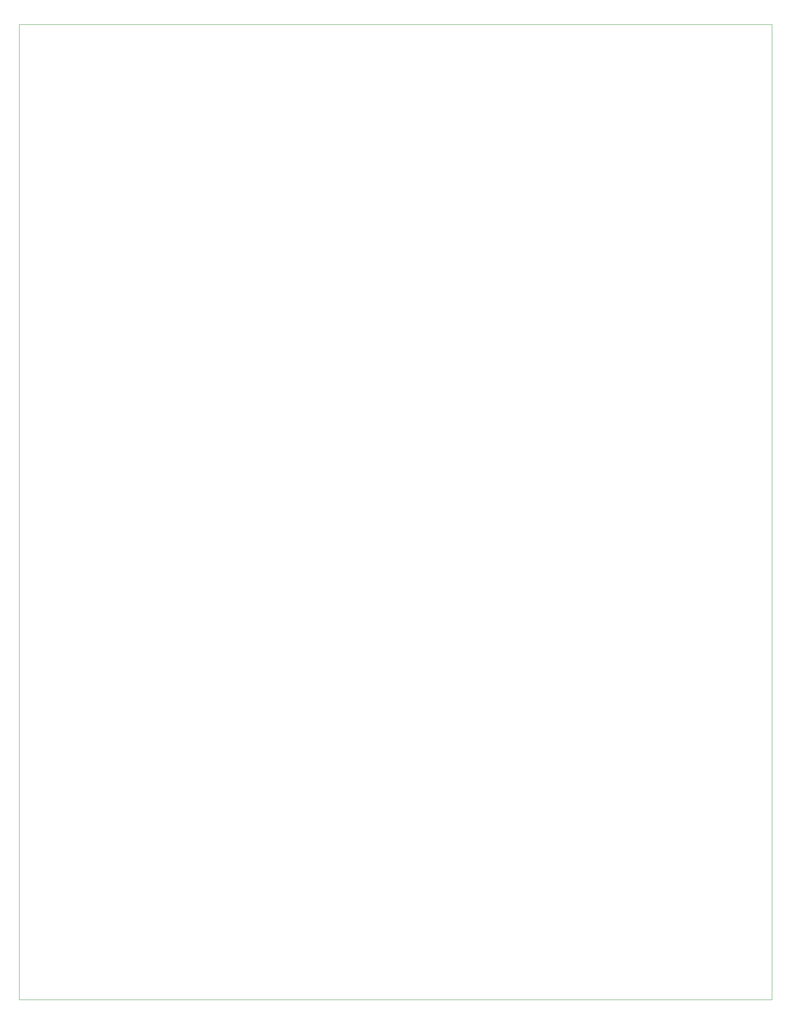
<source format=gbr>
G04 #@! TF.GenerationSoftware,KiCad,Pcbnew,(5.1.2-1)-1*
G04 #@! TF.CreationDate,2020-03-25T22:25:30-05:00*
G04 #@! TF.ProjectId,Knave+Death,4b6e6176-652b-4446-9561-74682e6b6963,rev?*
G04 #@! TF.SameCoordinates,Original*
G04 #@! TF.FileFunction,Profile,NP*
%FSLAX46Y46*%
G04 Gerber Fmt 4.6, Leading zero omitted, Abs format (unit mm)*
G04 Created by KiCad (PCBNEW (5.1.2-1)-1) date 2020-03-25 22:25:30*
%MOMM*%
%LPD*%
G04 APERTURE LIST*
%ADD10C,0.050000*%
G04 APERTURE END LIST*
D10*
X160000000Y10000000D02*
X-10000000Y10000000D01*
X160000000Y-210000000D02*
X160000000Y10000000D01*
X-10000000Y-210000000D02*
X160000000Y-210000000D01*
X-10000000Y10000000D02*
X-10000000Y-210000000D01*
M02*

</source>
